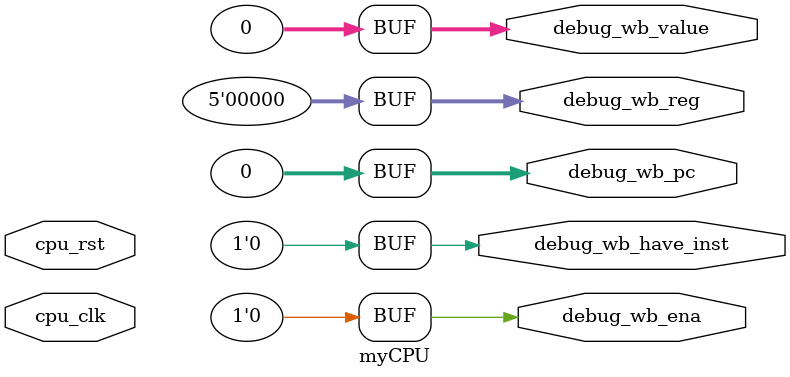
<source format=sv>
`timescale 1ns / 1ps

module myCPU (
    input  logic         cpu_rst,
    input  logic         cpu_clk,

    // Interface to IROM, you need add some signals
    
    // Interface to DRAM, you need add some signals

    output logic         debug_wb_have_inst,
    output logic [31:0]  debug_wb_pc,
    output               debug_wb_ena,
    output logic [ 4:0]  debug_wb_reg,
    output logic [31:0]  debug_wb_value

);

    // TODO: 完成你自己的单周期CPU设计
    
   
    // Debug Interface
    assign debug_wb_have_inst = 0;
    assign debug_wb_pc        = 0;
    assign debug_wb_ena       = 0;
    assign debug_wb_reg       = 0;
    assign debug_wb_value     = 0;
endmodule


</source>
